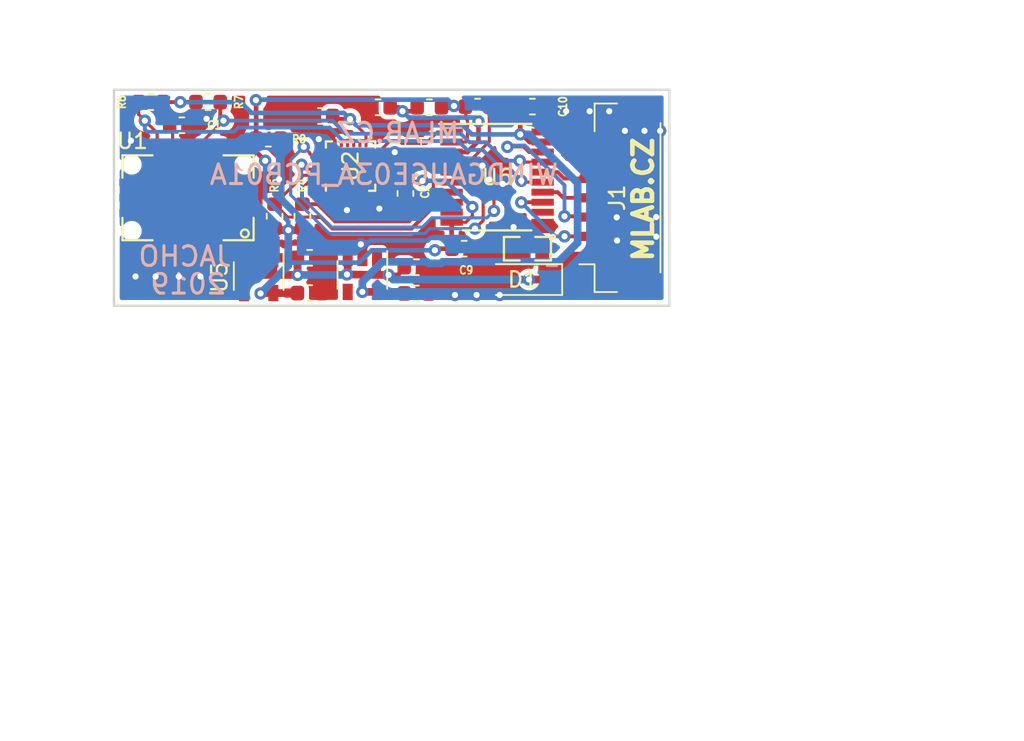
<source format=kicad_pcb>
(kicad_pcb (version 20210228) (generator pcbnew)
  (layers (0 "F.Cu" signal) (31 "B.Cu" signal) (34 "B.Paste" user) (35 "F.Paste" user) (36 "B.SilkS" user "B.Silkscreen") (37 "F.SilkS" user "F.Silkscreen") (38 "B.Mask" user) (39 "F.Mask" user) (44 "Edge.Cuts" user))
  (net 0 "")
  (net 1 "GND")
  (net 2 "+5V")
  (net 3 "+3V3")
  (net 4 "+1V8")
  (net 5 "Net-(C4-Pad1)")
  (net 6 "/SPI_EXT_SCK_3V3")
  (net 7 "/SPI_EXT_MISO_3V3")
  (net 8 "/SPI_EXT_MOSI_3V3")
  (net 9 "/!SPI_SS1_3V3")
  (net 10 "/INT1_3V3")
  (net 11 "/SPI_EXT_MISO_1V8")
  (net 12 "/SPI_EXT_MOSI_1V8")
  (net 13 "/SPI_EXT_SCK_1V8")
  (net 14 "/P_SDA_3V3")
  (net 15 "/P_SCL_3V3")
  (net 16 "/P_SDA_1V8")
  (net 17 "/P_SCL_1V8")
  (net 18 "/INT1_1V8")
  (net 19 "/!SPI_SS1_1V8")
  (footprint "Mlab_R:SMD-0603" (layer "F.Cu") (at 152.6525 99.08 90)
    (fp_text reference "R5")
    (fp_text value "10k" hide)
  )
  (footprint "Sensor_Motion:InvenSense_QFN-24_3x3mm_P0.4mm" (layer "F.Cu") (at 157.576 95.826 90)
    (fp_text reference "U2")
    (fp_text value "ICM-20948" hide)
  )
  (footprint "Mlab_R:SMD-0603" (layer "F.Cu") (at 165.804 91.97)
    (fp_text reference "R9" hide)
    (fp_text value "10k" hide)
  )
  (footprint "Diode_SMD:D_MiniMELF" (layer "F.Cu") (at 168.74 103.18 180)
    (fp_text reference "D1")
    (fp_text value "BZV55C-5,6V" hide)
  )
  (footprint "Package_SO:TSSOP-20_4.4x6.5mm_P0.65mm" (layer "F.Cu") (at 167.074 96.542)
    (fp_text reference "U6")
    (fp_text value "TXS0108EPW" hide)
  )
  (footprint "Connector_JST:JST_GH_SM07B-GHS-TB_1x07-1MP_P1.25mm_Horizontal" (layer "F.Cu") (at 175.102 97.88 90)
    (fp_text reference "J1")
    (fp_text value "SM07B-GHS-TB" hide)
  )
  (footprint "Mlab_R:SMD-0603" (layer "F.Cu") (at 162.6815 92.016 180)
    (fp_text reference "R1" hide)
    (fp_text value "-" hide)
  )
  (footprint "Package_TO_SOT_SMD:SOT-23-5" (layer "F.Cu") (at 151.62 102.956 -90)
    (fp_text reference "U5")
    (fp_text value "MIC5504-1.8YM5-TR" hide)
  )
  (footprint "Mlab_IO:SDP3x" (layer "F.Cu") (at 147.04 97.88 180)
    (fp_text reference "U1")
    (fp_text value "SDP3x" hide)
  )
  (footprint "Mlab_R:SMD-0603" (layer "F.Cu") (at 169.36 91.97)
    (fp_text reference "C10")
    (fp_text value "100nF" hide)
  )
  (footprint "Mlab_R:SMD-0805" (layer "F.Cu") (at 169.04 101.18 180)
    (fp_text reference "C11")
    (fp_text value "10uF")
  )
  (footprint "Mlab_R:SMD-0603" (layer "F.Cu") (at 161.132 97.604 -90)
    (fp_text reference "C2")
    (fp_text value "100nF" hide)
  )
  (footprint "Mlab_R:SMD-0603" (layer "F.Cu") (at 161.84 102.38)
    (fp_text reference "C5" hide)
    (fp_text value "1uF" hide)
  )
  (footprint "Mlab_R:SMD-0603" (layer "F.Cu") (at 161.64 94.302 90)
    (fp_text reference "C4" hide)
    (fp_text value "100nF" hide)
  )
  (footprint "Mlab_R:SMD-0603" (layer "F.Cu") (at 164.94 101.18 180)
    (fp_text reference "C9")
    (fp_text value "100nF" hide)
  )
  (footprint "Mlab_R:SMD-0603" (layer "F.Cu") (at 148.34 91.68)
    (fp_text reference "R7")
    (fp_text value "10k" hide)
  )
  (footprint "Mlab_R:SMD-0603" (layer "F.Cu") (at 154.922 101.77)
    (fp_text reference "C6" hide)
    (fp_text value "1uF" hide)
  )
  (footprint "Mlab_R:SMD-0603" (layer "F.Cu") (at 154.922 104.056)
    (fp_text reference "C8" hide)
    (fp_text value "1uF" hide)
  )
  (footprint "Mlab_R:SMD-0603" (layer "F.Cu") (at 161.84 104.08)
    (fp_text reference "C7" hide)
    (fp_text value "1uF" hide)
  )
  (footprint "Mlab_R:SMD-0603" (layer "F.Cu") (at 146.64 93.18)
    (fp_text reference "C1")
    (fp_text value "100nF" hide)
  )
  (footprint "Mlab_R:SMD-0603" (layer "F.Cu") (at 155.6275 92.58 180)
    (fp_text reference "C3" hide)
    (fp_text value "100nF" hide)
  )
  (footprint "Mlab_R:SMD-0603" (layer "F.Cu") (at 159.354 92.016 180)
    (fp_text reference "R2" hide)
    (fp_text value "0R" hide)
  )
  (footprint "Mlab_R:SMD-0603" (layer "F.Cu") (at 154.4525 99.08 90)
    (fp_text reference "R4")
    (fp_text value "10k" hide)
  )
  (footprint "Mlab_R:SMD-0603" (layer "F.Cu") (at 144.6275 91.68 180)
    (fp_text reference "R6")
    (fp_text value "10k" hide)
  )
  (footprint "Mlab_R:SMD-0603" (layer "F.Cu") (at 152.242 94.048)
    (fp_text reference "R8")
    (fp_text value "10k" hide)
  )
  (footprint "Package_TO_SOT_SMD:SOT-23-5" (layer "F.Cu") (at 158.34 102.88 -90)
    (fp_text reference "U4" hide)
    (fp_text value "MIC5504-3.3YM5-TR" hide)
  )
  (gr_line (start 142.24 104.88) (end 178.24 104.88) (layer "Edge.Cuts") (width 0.15))
  (gr_line (start 178.24 90.88) (end 178.24 104.88) (layer "Edge.Cuts") (width 0.15))
  (gr_line (start 142.24 90.88) (end 178.24 90.88) (layer "Edge.Cuts") (width 0.15))
  (gr_line (start 142.24 104.88) (end 142.24 90.88) (layer "Edge.Cuts") (width 0.15))
  (gr_text "MLAB.CZ" (at 160.64 93.68) (layer "B.SilkS") (effects (font (size 1.27 1.27) (thickness 0.2)) (justify mirror)))
  (gr_text "JACHO" (at 146.84 101.68) (layer "B.SilkS") (effects (font (size 1.27 1.27) (thickness 0.2)) (justify mirror)))
  (gr_text "2019" (at 147.04 103.48) (layer "B.SilkS") (effects (font (size 1.27 1.27) (thickness 0.2)) (justify mirror)))
  (gr_text "WINDGAUGE03A_PCB01A" (at 159.74 96.38) (layer "B.SilkS") (effects (font (size 1.27 1.27) (thickness 0.2)) (justify mirror)))
  (gr_text "MLAB.CZ" (at 176.54 97.98 90) (layer "F.SilkS") (effects (font (size 1.27 1.27) (thickness 0.3))))
  (segment (start 173.07 92.27) (end 174.34 92.27) (width 0.2) (layer "F.Cu") (net 1))
  (segment (start 170.122 91.97) (end 171.646 91.97) (width 0.2) (layer "F.Cu") (net 1))
  (segment (start 170.024 99.967) (end 170.024 99.542) (width 0.2) (layer "F.Cu") (net 1))
  (segment (start 147.04 95.18) (end 147.04 93.5675) (width 0.2) (layer "F.Cu") (net 1))
  (segment (start 168.0875 99.8325) (end 168.14 99.78) (width 0.3) (layer "F.Cu") (net 1))
  (segment (start 155.700999 95.226) (end 155.340009 94.86501) (width 0.2) (layer "F.Cu") (net 1))
  (segment (start 150.49 96.88) (end 152.74 96.88) (width 0.25) (layer "F.Cu") (net 1))
  (segment (start 147.04 93.5675) (end 147.4275 93.18) (width 0.2) (layer "F.Cu") (net 1))
  (segment (start 155.301612 93.041612) (end 154.84 92.58) (width 0.2) (layer "F.Cu") (net 1))
  (segment (start 160.14 95.226) (end 160.44 94.926) (width 0.2) (layer "F.Cu") (net 1))
  (segment (start 165.74 104.18) (end 167.24 104.18) (width 0.3) (layer "F.Cu") (net 1))
  (segment (start 155.340009 94.86501) (end 155.340009 93.080009) (width 0.2) (layer "F.Cu") (net 1))
  (segment (start 156.076 95.226) (end 155.700999 95.226) (width 0.2) (layer "F.Cu") (net 1))
  (segment (start 152.29199 94.73199) (end 152.29199 92.72801) (width 0.2) (layer "F.Cu") (net 1))
  (segment (start 147.889112 92.718388) (end 148.200378 92.718388) (width 0.2) (layer "F.Cu") (net 1))
  (segment (start 152.29199 92.72801) (end 152.44 92.58) (width 0.2) (layer "F.Cu") (net 1))
  (segment (start 152.44 92.58) (end 154.84 92.58) (width 0.2) (layer "F.Cu") (net 1))
  (segment (start 155.76129 94.326) (end 155.51529 94.08) (width 0.2) (layer "F.Cu") (net 1))
  (segment (start 152.94 96.68) (end 153.339999 96.280001) (width 0.2) (layer "F.Cu") (net 1))
  (segment (start 166.815001 96.98) (end 166.54 96.704999) (width 0.2) (layer "F.Cu") (net 1))
  (segment (start 147.4275 93.18) (end 147.889112 92.718388) (width 0.2) (layer "F.Cu") (net 1))
  (segment (start 156.576 94.326) (end 155.76129 94.326) (width 0.2) (layer "F.Cu") (net 1))
  (segment (start 152.74 96.88) (end 152.94 96.68) (width 0.25) (layer "F.Cu") (net 1))
  (segment (start 166.99 103.18) (end 165.34 103.18) (width 0.3) (layer "F.Cu") (net 1))
  (segment (start 153.339999 95.779999) (end 152.29199 94.73199) (width 0.2) (layer "F.Cu") (net 1))
  (segment (start 155.51529 94.08) (end 155.51529 93.25529) (width 0.2) (layer "F.Cu") (net 1))
  (segment (start 167.44 96.98) (end 166.815001 96.98) (width 0.2) (layer "F.Cu") (net 1))
  (segment (start 153.339999 96.280001) (end 153.339999 95.779999) (width 0.2) (layer "F.Cu") (net 1))
  (segment (start 148.200378 92.718388) (end 148.240225 92.758235) (width 0.2) (layer "F.Cu") (net 1))
  (segment (start 165.34 103.18) (end 164.34 104.18) (width 0.3) (layer "F.Cu") (net 1))
  (segment (start 155.340009 93.080009) (end 155.301612 93.041612) (width 0.2) (layer "F.Cu") (net 1))
  (segment (start 155.51529 93.25529) (end 154.84 92.58) (width 0.2) (layer "F.Cu") (net 1))
  (segment (start 168.0875 101.18) (end 168.0875 99.8325) (width 0.3) (layer "F.Cu") (net 1))
  (segment (start 159.076 95.226) (end 160.14 95.226) (width 0.2) (layer "F.Cu") (net 1))
  (segment (start 161.132 98.3915) (end 159.6285 98.3915) (width 0.25) (layer "F.Cu") (net 1))
  (segment (start 159.6285 98.3915) (end 159.44 98.58) (width 0.25) (layer "F.Cu") (net 1))
  (via (at 174.827958 99.148042) (size 0.8) (drill 0.4) (layers "F.Cu" "B.Cu") (net 1))
  (via (at 173.07 92.27) (size 0.8) (drill 0.4) (layers "F.Cu" "B.Cu") (net 1))
  (via (at 174.848 100.652) (size 0.8) (drill 0.4) (layers "F.Cu" "B.Cu") (net 1))
  (via (at 177.642 93.54) (size 0.8) (drill 0.4) (layers "F.Cu" "B.Cu") (net 1))
  (via (at 177.388 99.128) (size 0.8) (drill 0.4) (layers "F.Cu" "B.Cu") (net 1))
  (via (at 174.34 92.27) (size 0.8) (drill 0.4) (layers "F.Cu" "B.Cu") (net 1))
  (via (at 177.388 100.398) (size 0.8) (drill 0.4) (layers "F.Cu" "B.Cu") (net 1))
  (via (at 176.626 93.54) (size 0.8) (drill 0.4) (layers "F.Cu" "B.Cu") (net 1))
  (via (at 171.546 92.27) (size 0.8) (drill 0.4) (layers "F.Cu" "B.Cu") (net 1))
  (via (at 175.356 93.54) (size 0.8) (drill 0.4) (layers "F.Cu" "B.Cu") (net 1))
  (via (at 157.34 98.68) (size 0.8) (drill 0.4) (layers "F.Cu" "B.Cu") (net 1))
  (via (at 164.34 104.18) (size 0.8) (drill 0.4) (layers "F.Cu" "B.Cu") (net 1))
  (via (at 168.14 99.78) (size 0.8) (drill 0.4) (layers "F.Cu" "B.Cu") (net 1))
  (via (at 158.24 100.89698) (size 0.8) (drill 0.4) (layers "F.Cu" "B.Cu") (net 1))
  (via (at 144.94 102.98) (size 0.8) (drill 0.4) (layers "F.Cu" "B.Cu") (net 1))
  (via (at 167.44 96.98) (size 0.8) (drill 0.4) (layers "F.Cu" "B.Cu") (net 1))
  (via (at 165.74 104.18) (size 0.8) (drill 0.4) (layers "F.Cu" "B.Cu") (net 1))
  (via (at 160.44 94.926) (size 0.8) (drill 0.4) (layers "F.Cu" "B.Cu") (net 1))
  (via (at 166.54 96.704999) (size 0.8) (drill 0.4) (layers "F.Cu" "B.Cu") (net 1))
  (via (at 159.44 98.58) (size 0.8) (drill 0.4) (layers "F.Cu" "B.Cu") (net 1))
  (via (at 166.127348 95.792652) (size 0.8) (drill 0.4) (layers "F.Cu" "B.Cu") (net 1))
  (via (at 167.24 104.18) (size 0.8) (drill 0.4) (layers "F.Cu" "B.Cu") (net 1))
  (via (at 146.44 102.98) (size 0.8) (drill 0.4) (layers "F.Cu" "B.Cu") (net 1))
  (via (at 152.94 96.68) (size 0.8) (drill 0.4) (layers "F.Cu" "B.Cu") (net 1))
  (via (at 147.84 102.98) (size 0.8) (drill 0.4) (layers "F.Cu" "B.Cu") (net 1))
  (via (at 155.51529 94.08) (size 0.8) (drill 0.4) (layers "F.Cu" "B.Cu") (net 1))
  (via (at 143.64 102.98) (size 0.8) (drill 0.4) (layers "F.Cu" "B.Cu") (net 1))
  (via (at 143.34 94.18) (size 0.8) (drill 0.4) (layers "F.Cu" "B.Cu") (net 1))
  (via (at 148.240225 92.758235) (size 0.8) (drill 0.4) (layers "F.Cu" "B.Cu") (net 1))
  (segment (start 174.848 99.168084) (end 174.827958 99.148042) (width 0.2) (layer "B.Cu") (net 1))
  (segment (start 171.546 92.27) (end 173.07 92.27) (width 0.2) (layer "B.Cu") (net 1))
  (segment (start 165.129998 100.48) (end 165.529998 100.88) (width 0.3) (layer "B.Cu") (net 1))
  (segment (start 162.742108 100.48) (end 165.129998 100.48) (width 0.3) (layer "B.Cu") (net 1))
  (segment (start 167.64 99.28) (end 167.64 97.18) (width 0.2) (layer "B.Cu") (net 1))
  (segment (start 150.44 94.38) (end 149.94 94.88) (width 0.3) (layer "B.Cu") (net 1))
  (segment (start 158.6159 100.89698) (end 158.86589 100.64699) (width 0.3) (layer "B.Cu") (net 1))
  (segment (start 166.54 96.704999) (end 166.54 96.205304) (width 0.25) (layer "B.Cu") (net 1))
  (segment (start 162.575118 100.64699) (end 162.742108 100.48) (width 0.3) (layer "B.Cu") (net 1))
  (segment (start 158.24 100.89698) (end 158.6159 100.89698) (width 0.3) (layer "B.Cu") (net 1))
  (segment (start 168.14 99.78) (end 167.740001 100.179999) (width 0.3) (layer "B.Cu") (net 1))
  (segment (start 165.529998 100.88) (end 167.04 100.88) (width 0.3) (layer "B.Cu") (net 1))
  (segment (start 168.14 99.78) (end 167.64 99.28) (width 0.2) (layer "B.Cu") (net 1))
  (segment (start 167.04 100.88) (end 168.14 99.78) (width 0.3) (layer "B.Cu") (net 1))
  (segment (start 155.240311 93.805021) (end 150.814979 93.805021) (width 0.3) (layer "B.Cu") (net 1))
  (segment (start 144.04 94.88) (end 143.34 94.18) (width 0.3) (layer "B.Cu") (net 1))
  (segment (start 152.94 96.68) (end 152.94 97.78) (width 0.3) (layer "B.Cu") (net 1))
  (segment (start 149.94 94.88) (end 144.04 94.88) (width 0.3) (layer "B.Cu") (net 1))
  (segment (start 155.94 100.78) (end 158.24 100.78) (width 0.3) (layer "B.Cu") (net 1))
  (segment (start 167.64 97.18) (end 167.44 96.98) (width 0.2) (layer "B.Cu") (net 1))
  (segment (start 158.24 100.78) (end 158.34 100.68) (width 0.3) (layer "B.Cu") (net 1))
  (segment (start 150.814979 93.805021) (end 150.44 94.18) (width 0.3) (layer "B.Cu") (net 1))
  (segment (start 152.94 97.78) (end 155.94 100.78) (width 0.3) (layer "B.Cu") (net 1))
  (segment (start 166.54 96.205304) (end 166.127348 95.792652) (width 0.25) (layer "B.Cu") (net 1))
  (segment (start 158.86589 100.64699) (end 162.575118 100.64699) (width 0.3) (layer "B.Cu") (net 1))
  (segment (start 150.44 94.18) (end 150.44 94.38) (width 0.3) (layer "B.Cu") (net 1))
  (segment (start 157.44 98.58) (end 157.34 98.68) (width 0.25) (layer "B.Cu") (net 1))
  (segment (start 159.44 98.58) (end 157.44 98.58) (width 0.25) (layer "B.Cu") (net 1))
  (segment (start 155.51529 94.08) (end 155.240311 93.805021) (width 0.3) (layer "B.Cu") (net 1))
  (segment (start 167.740001 100.179999) (end 167.540001 100.179999) (width 0.3) (layer "B.Cu") (net 1))
  (segment (start 164.34 104.18) (end 165.74 104.18) (width 0.3) (layer "B.Cu") (net 1))
  (segment (start 152.656 101.77) (end 152.57 101.856) (width 0.6) (layer "F.Cu") (net 2))
  (segment (start 154.16 101.77) (end 152.656 101.77) (width 0.6) (layer "F.Cu") (net 2))
  (segment (start 152.57 101.856) (end 152.57 102.81) (width 0.5) (layer "F.Cu") (net 2))
  (segment (start 150.67 101.856) (end 150.67 102.41) (width 0.5) (layer "F.Cu") (net 2))
  (segment (start 159.29 101.78) (end 159.29 102.81) (width 0.5) (layer "F.Cu") (net 2))
  (segment (start 157.34 102.88) (end 157.34 102.849998) (width 0.5) (layer "F.Cu") (net 2))
  (segment (start 154.14 102.88) (end 154.141041 102.881041) (width 0.5) (layer "F.Cu") (net 2))
  (segment (start 169.9925 102.6825) (end 170.49 103.18) (width 0.5) (layer "F.Cu") (net 2))
  (segment (start 154.1345 102.345) (end 154.14 102.3505) (width 0.5) (layer "F.Cu") (net 2))
  (segment (start 160.64 102.88) (end 160.04 102.88) (width 0.3) (layer "F.Cu") (net 2))
  (segment (start 151.14 102.88) (end 152.64 102.88) (width 0.5) (layer "F.Cu") (net 2))
  (segment (start 172.04 101.63) (end 170.49 103.18) (width 0.5) (layer "F.Cu") (net 2))
  (segment (start 154.1345 101.77) (end 154.1345 102.345) (width 0.5) (layer "F.Cu") (net 2))
  (segment (start 157.34 102.849998) (end 159.34 102.88) (width 0.5) (layer "F.Cu") (net 2))
  (segment (start 152.57 102.81) (end 152.64 102.88) (width 0.5) (layer "F.Cu") (net 2))
  (segment (start 159.29 102.81) (end 159.34 102.86) (width 0.5) (layer "F.Cu") (net 2))
  (segment (start 169.9925 101.18) (end 169.9925 102.6825) (width 0.5) (layer "F.Cu") (net 2))
  (segment (start 154.14 102.3505) (end 154.14 102.88) (width 0.5) (layer "F.Cu") (net 2))
  (segment (start 157.39 101.78) (end 157.39 102.83) (width 0.5) (layer "F.Cu") (net 2))
  (segment (start 157.39 102.83) (end 157.34 102.88) (width 0.5) (layer "F.Cu") (net 2))
  (segment (start 159.34 102.86) (end 159.34 102.88) (width 0.5) (layer "F.Cu") (net 2))
  (segment (start 161.0525 102.4675) (end 160.64 102.88) (width 0.3) (layer "F.Cu") (net 2))
  (segment (start 173.252 101.63) (end 172.04 101.63) (width 0.5) (layer "F.Cu") (net 2))
  (segment (start 161.0525 102.38) (end 161.0525 102.4675) (width 0.3) (layer "F.Cu") (net 2))
  (segment (start 170.49 103.18) (end 169.14 103.18) (width 0.5) (layer "F.Cu") (net 2))
  (segment (start 150.67 102.41) (end 151.14 102.88) (width 0.5) (layer "F.Cu") (net 2))
  (segment (start 159.34 102.88) (end 160.04 102.88) (width 0.5) (layer "F.Cu") (net 2))
  (segment (start 152.64 102.88) (end 154.14 102.88) (width 0.5) (layer "F.Cu") (net 2))
  (via (at 154.141041 102.881041) (size 0.8) (drill 0.4) (layers "F.Cu" "B.Cu") (net 2))
  (via (at 169.14 103.18) (size 0.8) (drill 0.4) (layers "F.Cu" "B.Cu") (net 2))
  (via (at 160.04 102.88) (size 0.8) (drill 0.4) (layers "F.Cu" "B.Cu") (net 2))
  (via (at 157.34 102.849998) (size 0.8) (drill 0.4) (layers "F.Cu" "B.Cu") (net 2))
  (segment (start 160.34 103.18) (end 160.04 102.88) (width 0.5) (layer "B.Cu") (net 2))
  (segment (start 154.141041 102.881041) (end 157.308957 102.881041) (width 0.5) (layer "B.Cu") (net 2))
  (segment (start 169.14 103.18) (end 160.34 103.18) (width 0.5) (layer "B.Cu") (net 2))
  (segment (start 157.308957 102.881041) (end 157.34 102.849998) (width 0.5) (layer "B.Cu") (net 2))
  (segment (start 147.5525 91.68) (end 146.54 91.68) (width 0.25) (layer "F.Cu") (net 3))
  (segment (start 158.576 93.816) (end 157.54 92.78) (width 0.2) (layer "F.Cu") (net 3))
  (segment (start 157.54 92.78) (end 156.615 92.78) (width 0.3) (layer "F.Cu") (net 3))
  (segment (start 159.29 103.98) (end 158.34 103.98) (width 0.5) (layer "F.Cu") (net 3))
  (segment (start 170.024 94.267) (end 169.17962 94.267) (width 0.3) (layer "F.Cu") (net 3))
  (segment (start 145.415 92.7425) (end 145.8525 93.18) (width 0.2) (layer "F.Cu") (net 3))
  (segment (start 168.684488 93.771868) (end 168.5725 93.771868) (width 0.3) (layer "F.Cu") (net 3))
  (segment (start 168.5725 91.97) (end 168.5725 93.771868) (width 0.3) (layer "F.Cu") (net 3))
  (segment (start 159.29 103.98) (end 160.9525 103.98) (width 0.5) (layer "F.Cu") (net 3))
  (segment (start 169.17962 94.267) (end 168.684488 93.771868) (width 0.3) (layer "F.Cu") (net 3))
  (segment (start 156.615 92.78) (end 156.415 92.58) (width 0.3) (layer "F.Cu") (net 3))
  (segment (start 146.04 95.18) (end 146.04 93.2675) (width 0.2) (layer "F.Cu") (net 3))
  (segment (start 146.04 93.2675) (end 145.9525 93.18) (width 0.2) (layer "F.Cu") (net 3))
  (segment (start 158.576 94.326) (end 158.576 93.816) (width 0.2) (layer "F.Cu") (net 3))
  (segment (start 160.9525 103.98) (end 161.0525 104.08) (width 0.5) (layer "F.Cu") (net 3))
  (segment (start 145.415 91.68) (end 146.54 91.68) (width 0.25) (layer "F.Cu") (net 3))
  (segment (start 145.415 91.68) (end 145.415 92.7425) (width 0.2) (layer "F.Cu") (net 3))
  (via (at 158.34 103.98) (size 0.8) (drill 0.4) (layers "F.Cu" "B.Cu") (net 3))
  (via (at 157.54 92.78) (size 0.8) (drill 0.4) (layers "F.Cu" "B.Cu") (net 3))
  (via (at 146.54 91.68) (size 0.8) (drill 0.4) (layers "F.Cu" "B.Cu") (net 3))
  (via (at 168.5725 93.771868) (size 0.8) (drill 0.4) (layers "F.Cu" "B.Cu") (net 3))
  (segment (start 150.454997 91.68) (end 151.154998 92.380001) (width 0.3) (layer "B.Cu") (net 3))
  (segment (start 146.54 91.68) (end 150.454997 91.68) (width 0.3) (layer "B.Cu") (net 3))
  (segment (start 157.939999 93.179999) (end 164.848174 93.18) (width 0.3) (layer "B.Cu") (net 3))
  (segment (start 151.154998 92.380001) (end 157.140001 92.380001) (width 0.3) (layer "B.Cu") (net 3))
  (segment (start 163.548003 102.029999) (end 163.448001 102.130001) (width 0.5) (layer "B.Cu") (net 3))
  (segment (start 172.290001 100.788001) (end 171.048003 102.029999) (width 0.5) (layer "B.Cu") (net 3))
  (segment (start 163.448001 102.130001) (end 162.631999 102.130001) (width 0.5) (layer "B.Cu") (net 3))
  (segment (start 164.848174 93.18) (end 165.440042 93.771868) (width 0.3) (layer "B.Cu") (net 3))
  (segment (start 158.34 103.321998) (end 158.34 103.414315) (width 0.5) (layer "B.Cu") (net 3))
  (segment (start 165.440042 93.771868) (end 168.006815 93.771868) (width 0.3) (layer "B.Cu") (net 3))
  (segment (start 157.140001 92.380001) (end 157.54 92.78) (width 0.3) (layer "B.Cu") (net 3))
  (segment (start 169.138185 93.771868) (end 172.290001 96.923684) (width 0.5) (layer "B.Cu") (net 3))
  (segment (start 172.290001 96.923684) (end 172.290001 100.788001) (width 0.5) (layer "B.Cu") (net 3))
  (segment (start 159.631999 102.029999) (end 158.34 103.321998) (width 0.5) (layer "B.Cu") (net 3))
  (segment (start 168.006815 93.771868) (end 168.5725 93.771868) (width 0.3) (layer "B.Cu") (net 3))
  (segment (start 162.631999 102.130001) (end 162.531997 102.029999) (width 0.5) (layer "B.Cu") (net 3))
  (segment (start 168.5725 93.771868) (end 169.138185 93.771868) (width 0.5) (layer "B.Cu") (net 3))
  (segment (start 158.34 103.414315) (end 158.34 103.98) (width 0.5) (layer "B.Cu") (net 3))
  (segment (start 171.048003 102.029999) (end 163.548003 102.029999) (width 0.5) (layer "B.Cu") (net 3))
  (segment (start 157.54 92.78) (end 157.939999 93.179999) (width 0.3) (layer "B.Cu") (net 3))
  (segment (start 162.531997 102.029999) (end 159.631999 102.029999) (width 0.5) (layer "B.Cu") (net 3))
  (segment (start 160.37 96.759501) (end 161.049501 96.759501) (width 0.2) (layer "F.Cu") (net 4))
  (segment (start 164.28 91.97) (end 165.042 91.97) (width 0.5) (layer "F.Cu") (net 4))
  (segment (start 161.049501 96.759501) (end 161.132 96.842) (width 0.2) (layer "F.Cu") (net 4))
  (segment (start 154.16 104.056) (end 153.398 104.056) (width 0.6) (layer "F.Cu") (net 4))
  (segment (start 152.57 104.056) (end 153.398 104.056) (width 0.5) (layer "F.Cu") (net 4))
  (segment (start 160.036499 96.426) (end 160.37 96.759501) (width 0.2) (layer "F.Cu") (net 4))
  (segment (start 159.076 96.426) (end 160.036499 96.426) (width 0.2) (layer "F.Cu") (net 4))
  (segment (start 164.124 94.267) (end 165.049 94.267) (width 0.2) (layer "F.Cu") (net 4))
  (segment (start 165.049 94.267) (end 165.149001 94.166999) (width 0.2) (layer "F.Cu") (net 4))
  (segment (start 165.149001 94.166999) (end 165.149001 92.848501) (width 0.2) (layer "F.Cu") (net 4))
  (segment (start 165.149001 92.848501) (end 165.042 92.7415) (width 0.2) (layer "F.Cu") (net 4))
  (segment (start 165.042 92.7415) (end 165.042 91.97) (width 0.2) (layer "F.Cu") (net 4))
  (segment (start 161.132 96.8165) (end 162.2035 96.8165) (width 0.2) (layer "F.Cu") (net 4))
  (segment (start 154.34 99.98) (end 154.4525 99.8675) (width 0.5) (layer "F.Cu") (net 4))
  (segment (start 164.124 99.467) (end 164.124 101.1515) (width 0.3) (layer "F.Cu") (net 4))
  (segment (start 163.518 91.97) (end 164.28 91.92999) (width 0.5) (layer "F.Cu") (net 4))
  (segment (start 151.4545 91.569501) (end 151.44 91.555001) (width 0.3) (layer "F.Cu") (net 4))
  (segment (start 152.765 99.98) (end 152.6525 99.8675) (width 0.5) (layer "F.Cu") (net 4))
  (segment (start 164.124 99.467) (end 165.049 99.467) (width 0.2) (layer "F.Cu") (net 4))
  (segment (start 153.54 99.98) (end 154.34 99.98) (width 0.5) (layer "F.Cu") (net 4))
  (segment (start 165.049 99.467) (end 165.469554 99.046446) (width 0.2) (layer "F.Cu") (net 4))
  (segment (start 151.4545 94.8945) (end 152.04 95.48) (width 0.3) (layer "F.Cu") (net 4))
  (segment (start 162.2035 96.8165) (end 162.24 96.78) (width 0.2) (layer "F.Cu") (net 4))
  (segment (start 152.57 104.056) (end 151.764 104.056) (width 0.5) (layer "F.Cu") (net 4))
  (segment (start 151.764 104.056) (end 151.74 104.08) (width 0.5) (layer "F.Cu") (net 4))
  (segment (start 151.4545 94.048) (end 151.4545 94.8945) (width 0.3) (layer "F.Cu") (net 4))
  (segment (start 165.469554 99.045673) (end 165.469554 98.479988) (width 0.2) (layer "F.Cu") (net 4))
  (segment (start 151.4545 94.048) (end 151.4545 91.569501) (width 0.3) (layer "F.Cu") (net 4))
  (segment (start 153.54 99.98) (end 152.765 99.98) (width 0.5) (layer "F.Cu") (net 4))
  (segment (start 165.469554 99.046446) (end 165.469554 99.045673) (width 0.2) (layer "F.Cu") (net 4))
  (segment (start 164.28 91.97) (end 164.28 91.92999) (width 0.3) (layer "F.Cu") (net 4))
  (segment (start 163.14 101.18) (end 163.04 101.28) (width 0.3) (layer "F.Cu") (net 4))
  (segment (start 164.1525 101.18) (end 163.14 101.18) (width 0.3) (layer "F.Cu") (net 4))
  (segment (start 164.124 101.1515) (end 164.1525 101.18) (width 0.3) (layer "F.Cu") (net 4))
  (via (at 151.74 104.08) (size 0.8) (drill 0.4) (layers "F.Cu" "B.Cu") (net 4))
  (via (at 165.469554 98.479988) (size 0.8) (drill 0.4) (layers "F.Cu" "B.Cu") (net 4))
  (via (at 152.04 95.48) (size 0.8) (drill 0.4) (layers "F.Cu" "B.Cu") (net 4))
  (via (at 162.24 96.78) (size 0.8) (drill 0.4) (layers "F.Cu" "B.Cu") (net 4))
  (via (at 164.28 91.92999) (size 0.8) (drill 0.4) (layers "F.Cu" "B.Cu") (net 4))
  (via (at 163.04 101.28) (size 0.8) (drill 0.4) (layers "F.Cu" "B.Cu") (net 4))
  (via (at 153.54 99.98) (size 0.8) (drill 0.4) (layers "F.Cu" "B.Cu") (net 4))
  (via (at 151.44 91.555001) (size 0.8) (drill 0.4) (layers "F.Cu" "B.Cu") (net 4))
  (segment (start 162.24 96.78) (end 163.769566 96.78) (width 0.3) (layer "B.Cu") (net 4))
  (segment (start 163.870009 91.519999) (end 151.475002 91.519999) (width 0.3) (layer "B.Cu") (net 4))
  (segment (start 152.04 96.045685) (end 152.04 95.48) (width 0.3) (layer "B.Cu") (net 4))
  (segment (start 153.54 102.28) (end 153.74 102.08) (width 0.3) (layer "B.Cu") (net 4))
  (segment (start 152.04 97.914315) (end 152.04 96.045685) (width 0.3) (layer "B.Cu") (net 4))
  (segment (start 158.14 102.08) (end 158.94 101.28) (width 0.3) (layer "B.Cu") (net 4))
  (segment (start 151.74 104.08) (end 153.54 102.28) (width 0.5) (layer "B.Cu") (net 4))
  (segment (start 151.475002 91.519999) (end 151.44 91.555001) (width 0.3) (layer "B.Cu") (net 4))
  (segment (start 162.474315 101.28) (end 163.04 101.28) (width 0.3) (layer "B.Cu") (net 4))
  (segment (start 153.54 102.28) (end 153.54 99.98) (width 0.5) (layer "B.Cu") (net 4))
  (segment (start 164.28 91.92999) (end 163.870009 91.519999) (width 0.3) (layer "B.Cu") (net 4))
  (segment (start 153.54 99.414315) (end 152.04 97.914315) (width 0.3) (layer "B.Cu") (net 4))
  (segment (start 153.54 99.98) (end 153.54 99.414315) (width 0.3) (layer "B.Cu") (net 4))
  (segment (start 165.069555 98.079989) (end 165.469554 98.479988) (width 0.3) (layer "B.Cu") (net 4))
  (segment (start 158.94 101.28) (end 162.474315 101.28) (width 0.3) (layer "B.Cu") (net 4))
  (segment (start 163.769566 96.78) (end 165.069555 98.079989) (width 0.3) (layer "B.Cu") (net 4))
  (segment (start 153.74 102.08) (end 158.14 102.08) (width 0.3) (layer "B.Cu") (net 4))
  (segment (start 159.451 95.626) (end 159.076 95.626) (width 0.2) (layer "F.Cu") (net 5))
  (segment (start 161.64 95.064) (end 161.386 95.064) (width 0.2) (layer "F.Cu") (net 5))
  (segment (start 161.386 95.064) (end 160.824 95.626) (width 0.2) (layer "F.Cu") (net 5))
  (segment (start 160.824 95.626) (end 159.451 95.626) (width 0.2) (layer "F.Cu") (net 5))
  (segment (start 170.024 98.167) (end 168.653 98.167) (width 0.25) (layer "F.Cu") (net 6))
  (segment (start 171.44 100.38) (end 173.252 100.38) (width 0.25) (layer "F.Cu") (net 6))
  (segment (start 168.653 98.167) (end 168.64 98.18) (width 0.25) (layer "F.Cu") (net 6))
  (via (at 171.44 100.38) (size 0.8) (drill 0.4) (layers "F.Cu" "B.Cu") (net 6))
  (via (at 168.64 98.18) (size 0.8) (drill 0.4) (layers "F.Cu" "B.Cu") (net 6))
  (segment (start 170.84 100.38) (end 169.039999 98.579999) (width 0.25) (layer "B.Cu") (net 6))
  (segment (start 171.44 100.38) (end 170.84 100.38) (width 0.25) (layer "B.Cu") (net 6))
  (segment (start 169.039999 98.579999) (end 168.64 98.18) (width 0.25) (layer "B.Cu") (net 6))
  (segment (start 167.767925 94.552539) (end 167.738926 94.581538) (width 0.25) (layer "F.Cu") (net 7))
  (segment (start 170.024 94.917) (end 169.157854 94.917) (width 0.25) (layer "F.Cu") (net 7))
  (segment (start 173.202 99.08) (end 173.252 99.13) (width 0.25) (layer "F.Cu") (net 7))
  (segment (start 168.793393 94.552539) (end 167.767925 94.552539) (width 0.25) (layer "F.Cu") (net 7))
  (segment (start 169.157854 94.917) (end 168.793393 94.552539) (width 0.25) (layer "F.Cu") (net 7))
  (segment (start 171.44 99.08) (end 173.202 99.08) (width 0.25) (layer "F.Cu") (net 7))
  (via (at 167.738926 94.581538) (size 0.8) (drill 0.4) (layers "F.Cu" "B.Cu") (net 7))
  (via (at 171.44 99.08) (size 0.8) (drill 0.4) (layers "F.Cu" "B.Cu") (net 7))
  (segment (start 167.823586 94.496878) (end 167.738926 94.581538) (width 0.25) (layer "B.Cu") (net 7))
  (segment (start 168.874412 94.496878) (end 167.823586 94.496878) (width 0.25) (layer "B.Cu") (net 7))
  (segment (start 171.44 99.08) (end 171.44 97.062466) (width 0.25) (layer "B.Cu") (net 7))
  (segment (start 171.44 97.062466) (end 168.874412 94.496878) (width 0.25) (layer "B.Cu") (net 7))
  (segment (start 170.999 97.517) (end 171.362 97.88) (width 0.25) (layer "F.Cu") (net 8))
  (segment (start 171.362 97.88) (end 173.252 97.88) (width 0.25) (layer "F.Cu") (net 8))
  (segment (start 170.024 97.517) (end 170.999 97.517) (width 0.25) (layer "F.Cu") (net 8))
  (segment (start 170.999 96.217) (end 170.024 96.217) (width 0.25) (layer "F.Cu") (net 9))
  (segment (start 173.252 96.63) (end 171.412 96.63) (width 0.25) (layer "F.Cu") (net 9))
  (segment (start 171.412 96.63) (end 170.999 96.217) (width 0.25) (layer "F.Cu") (net 9))
  (segment (start 171.34 95.08) (end 171.64 95.38) (width 0.25) (layer "F.Cu") (net 10))
  (segment (start 171.64 95.38) (end 173.252 95.38) (width 0.25) (layer "F.Cu") (net 10))
  (segment (start 170.999 93.617) (end 171.34 93.958) (width 0.25) (layer "F.Cu") (net 10))
  (segment (start 170.024 93.617) (end 170.999 93.617) (width 0.25) (layer "F.Cu") (net 10))
  (segment (start 171.34 93.958) (end 171.34 95.08) (width 0.25) (layer "F.Cu") (net 10))
  (segment (start 159.451 96.026) (end 159.076 96.026) (width 0.2) (layer "F.Cu") (net 11))
  (segment (start 165.866 94.2) (end 165.149 94.917) (width 0.3) (layer "F.Cu") (net 11))
  (segment (start 161.894 92.27) (end 160.94 92.27) (width 0.3) (layer "F.Cu") (net 11))
  (segment (start 165.149 94.917) (end 164.124 94.917) (width 0.3) (layer "F.Cu") (net 11))
  (segment (start 165.866 92.93) (end 165.866 94.2) (width 0.3) (layer "F.Cu") (net 11))
  (segment (start 163.199 94.917) (end 162.09 96.026) (width 0.2) (layer "F.Cu") (net 11))
  (segment (start 160.1415 92.016) (end 160.686 92.016) (width 0.3) (layer "F.Cu") (net 11))
  (segment (start 160.94 92.27) (end 160.116 92.27) (width 0.3) (layer "F.Cu") (net 11))
  (segment (start 160.686 92.016) (end 160.94 92.27) (width 0.3) (layer "F.Cu") (net 11))
  (segment (start 162.09 96.026) (end 159.451 96.026) (width 0.2) (layer "F.Cu") (net 11))
  (segment (start 164.124 94.917) (end 163.199 94.917) (width 0.2) (layer "F.Cu") (net 11))
  (via (at 165.866 92.93) (size 0.8) (drill 0.4) (layers "F.Cu" "B.Cu") (net 11))
  (via (at 160.94 92.27) (size 0.8) (drill 0.4) (layers "F.Cu" "B.Cu") (net 11))
  (segment (start 160.94 92.27) (end 161.34999 92.67999) (width 0.3) (layer "B.Cu") (net 11))
  (segment (start 161.34999 92.67999) (end 164.63999 92.67999) (width 0.3) (layer "B.Cu") (net 11))
  (segment (start 164.63999 92.67999) (end 165.61599 92.67999) (width 0.3) (layer "B.Cu") (net 11))
  (segment (start 165.61599 92.67999) (end 165.866 92.93) (width 0.3) (layer "B.Cu") (net 11))
  (segment (start 163.234355 97.517) (end 164.124 97.517) (width 0.25) (layer "F.Cu") (net 12))
  (segment (start 161.362493 99.405001) (end 162.51499 98.252504) (width 0.25) (layer "F.Cu") (net 12))
  (segment (start 162.51499 98.236365) (end 163.234355 97.517) (width 0.25) (layer "F.Cu") (net 12))
  (segment (start 156.076 96.826) (end 154.886 96.826) (width 0.2) (layer "F.Cu") (net 12))
  (segment (start 154.4525 98.2925) (end 155.453554 98.2925) (width 0.25) (layer "F.Cu") (net 12))
  (segment (start 155.453554 98.2925) (end 156.566055 99.405001) (width 0.25) (layer "F.Cu") (net 12))
  (segment (start 156.566055 99.405001) (end 161.362493 99.405001) (width 0.25) (layer "F.Cu") (net 12))
  (segment (start 154.886 96.826) (end 154.4525 97.2595) (width 0.2) (layer "F.Cu") (net 12))
  (segment (start 154.4525 97.2595) (end 154.4525 98.2925) (width 0.2) (layer "F.Cu") (net 12))
  (segment (start 162.51499 98.252504) (end 162.51499 98.236365) (width 0.25) (layer "F.Cu") (net 12))
  (segment (start 153.114112 98.754112) (end 152.6525 98.2925) (width 0.2) (layer "F.Cu") (net 13))
  (segment (start 153.48999 99.12999) (end 153.114112 98.754112) (width 0.2) (layer "F.Cu") (net 13))
  (segment (start 156.076 96.426) (end 154.519 96.426) (width 0.2) (layer "F.Cu") (net 13))
  (segment (start 155.14 99.12999) (end 153.48999 99.12999) (width 0.2) (layer "F.Cu") (net 13))
  (segment (start 156.404644 99.88) (end 161.525998 99.88) (width 0.25) (layer "F.Cu") (net 13))
  (segment (start 161.525998 99.88) (end 163.238998 98.167) (width 0.25) (layer "F.Cu") (net 13))
  (segment (start 155.654634 99.12999) (end 156.404644 99.88) (width 0.25) (layer "F.Cu") (net 13))
  (segment (start 155.14 99.12999) (end 155.654634 99.12999) (width 0.25) (layer "F.Cu") (net 13))
  (segment (start 154.519 96.426) (end 152.6525 98.2925) (width 0.2) (layer "F.Cu") (net 13))
  (segment (start 163.238998 98.167) (end 164.124 98.167) (width 0.25) (layer "F.Cu") (net 13))
  (segment (start 145.04 95.18) (end 145.04 93.78) (width 0.2) (layer "F.Cu") (net 14))
  (segment (start 144.24 92.88) (end 145.04 93.68) (width 0.2) (layer "F.Cu") (net 14))
  (segment (start 170.024 96.867) (end 168.727 96.867) (width 0.2) (layer "F.Cu") (net 14))
  (segment (start 143.84 91.68) (end 143.84 92.48) (width 0.2) (layer "F.Cu") (net 14))
  (segment (start 145.04 93.68) (end 145.04 93.78) (width 0.2) (layer "F.Cu") (net 14))
  (segment (start 143.84 92.48) (end 144.24 92.88) (width 0.2) (layer "F.Cu") (net 14))
  (segment (start 168.727 96.867) (end 168.639997 96.779997) (width 0.2) (layer "F.Cu") (net 14))
  (via (at 168.639997 96.779997) (size 0.8) (drill 0.4) (layers "F.Cu" "B.Cu") (net 14))
  (via (at 144.24 92.88) (size 0.8) (drill 0.4) (layers "F.Cu" "B.Cu") (net 14))
  (segment (start 165.14 94.78) (end 166.140001 94.78) (width 0.25) (layer "B.Cu") (net 14))
  (segment (start 164.560999 94.200999) (end 165.14 94.78) (width 0.25) (layer "B.Cu") (net 14))
  (segment (start 144.24 93.445685) (end 144.399317 93.605002) (width 0.25) (layer "B.Cu") (net 14))
  (segment (start 167.34 95.979999) (end 167.839999 95.979999) (width 0.25) (layer "B.Cu") (net 14))
  (segment (start 144.24 92.88) (end 144.24 93.445685) (width 0.25) (layer "B.Cu") (net 14))
  (segment (start 166.140001 94.78) (end 167.34 95.979999) (width 0.25) (layer "B.Cu") (net 14))
  (segment (start 157.087139 94.200999) (end 164.560999 94.200999) (width 0.25) (layer "B.Cu") (net 14))
  (segment (start 167.839999 95.979999) (end 168.239998 96.379998) (width 0.25) (layer "B.Cu") (net 14))
  (segment (start 168.239998 96.379998) (end 168.639997 96.779997) (width 0.25) (layer "B.Cu") (net 14))
  (segment (start 150.014998 93.605002) (end 150.289989 93.330011) (width 0.25) (layer "B.Cu") (net 14))
  (segment (start 150.289989 93.330011) (end 156.216151 93.330011) (width 0.25) (layer "B.Cu") (net 14))
  (segment (start 156.216151 93.330011) (end 157.087139 94.200999) (width 0.25) (layer "B.Cu") (net 14))
  (segment (start 144.399317 93.605002) (end 150.014998 93.605002) (width 0.25) (layer "B.Cu") (net 14))
  (segment (start 148.04 94.38) (end 148.24 94.18) (width 0.2) (layer "F.Cu") (net 15))
  (segment (start 148.24 94.18) (end 148.04 95.18) (width 0.2) (layer "F.Cu") (net 15))
  (segment (start 148.04 94.38) (end 148.04 95.18) (width 0.2) (layer "F.Cu") (net 15))
  (segment (start 148.940001 93.28) (end 149.34 92.880001) (width 0.2) (layer "F.Cu") (net 15))
  (segment (start 148.04 95.18) (end 148.04 94.38) (width 0.2) (layer "F.Cu") (net 15))
  (segment (start 170.024 95.567) (end 168.627 95.567) (width 0.2) (layer "F.Cu") (net 15))
  (segment (start 148.04 94.180001) (end 148.940001 93.28) (width 0.2) (layer "F.Cu") (net 15))
  (segment (start 149.1275 91.68) (end 149.1275 92.667501) (width 0.25) (layer "F.Cu") (net 15))
  (segment (start 168.627 95.567) (end 168.54 95.48) (width 0.2) (layer "F.Cu") (net 15))
  (segment (start 149.1275 92.667501) (end 149.34 92.880001) (width 0.25) (layer "F.Cu") (net 15))
  (segment (start 148.04 94.38) (end 148.04 94.180001) (width 0.2) (layer "F.Cu") (net 15))
  (via (at 149.34 92.880001) (size 0.8) (drill 0.4) (layers "F.Cu" "B.Cu") (net 15))
  (via (at 168.54 95.48) (size 0.8) (drill 0.4) (layers "F.Cu" "B.Cu") (net 15))
  (segment (start 157.252539 93.729989) (end 156.402551 92.880001) (width 0.25) (layer "B.Cu") (net 15))
  (segment (start 167.564386 95.48) (end 166.364386 94.28) (width 0.25) (layer "B.Cu") (net 15))
  (segment (start 168.54 95.48) (end 167.564386 95.48) (width 0.25) (layer "B.Cu") (net 15))
  (segment (start 156.402551 92.880001) (end 149.905685 92.880001) (width 0.25) (layer "B.Cu") (net 15))
  (segment (start 164.726399 93.729989) (end 157.252539 93.729989) (width 0.25) (layer "B.Cu") (net 15))
  (segment (start 149.905685 92.880001) (end 149.34 92.880001) (width 0.25) (layer "B.Cu") (net 15))
  (segment (start 166.364386 94.28) (end 165.27641 94.28) (width 0.25) (layer "B.Cu") (net 15))
  (segment (start 165.27641 94.28) (end 164.726399 93.729989) (width 0.25) (layer "B.Cu") (net 15))
  (segment (start 166.169555 99.350445) (end 166.039999 99.480001) (width 0.2) (layer "F.Cu") (net 16))
  (segment (start 154.54 94.58) (end 154.939999 94.979999) (width 0.2) (layer "F.Cu") (net 16))
  (segment (start 164.124 96.867) (end 165.049 96.867) (width 0.2) (layer "F.Cu") (net 16))
  (segment (start 166.169555 97.987555) (end 166.169555 99.350445) (width 0.2) (layer "F.Cu") (net 16))
  (segment (start 165.049 96.867) (end 166.169555 97.987555) (width 0.2) (layer "F.Cu") (net 16))
  (segment (start 154.008 94.048) (end 154.54 94.58) (width 0.2) (layer "F.Cu") (net 16))
  (segment (start 155.701 95.626) (end 156.076 95.626) (width 0.2) (layer "F.Cu") (net 16))
  (segment (start 154.939999 95.030698) (end 155.535301 95.626) (width 0.2) (layer "F.Cu") (net 16))
  (segment (start 155.535301 95.626) (end 155.701 95.626) (width 0.2) (layer "F.Cu") (net 16))
  (segment (start 153.0295 94.048) (end 154.008 94.048) (width 0.2) (layer "F.Cu") (net 16))
  (segment (start 166.039999 99.480001) (end 165.64 99.88) (width 0.2) (layer "F.Cu") (net 16))
  (segment (start 154.939999 94.979999) (end 154.939999 95.030698) (width 0.2) (layer "F.Cu") (net 16))
  (via (at 165.64 99.88) (size 0.8) (drill 0.4) (layers "F.Cu" "B.Cu") (net 16))
  (via (at 154.54 94.58) (size 0.8) (drill 0.4) (layers "F.Cu" "B.Cu") (net 16))
  (segment (start 153.696909 97.702608) (end 156.191281 100.19698) (width 0.2) (layer "B.Cu") (net 16))
  (segment (start 153.696909 95.423091) (end 153.696909 97.702608) (width 0.2) (layer "B.Cu") (net 16))
  (segment (start 162.388718 100.19698) (end 162.705698 99.88) (width 0.2) (layer "B.Cu") (net 16))
  (segment (start 156.191281 100.19698) (end 162.388718 100.19698) (width 0.2) (layer "B.Cu") (net 16))
  (segment (start 162.705698 99.88) (end 165.64 99.88) (width 0.2) (layer "B.Cu") (net 16))
  (segment (start 154.54 94.58) (end 153.696909 95.423091) (width 0.2) (layer "B.Cu") (net 16))
  (segment (start 166.566 92.7415) (end 166.566 91.97) (width 0.2) (layer "F.Cu") (net 17))
  (segment (start 164.124 95.567) (end 165.234998 95.567) (width 0.2) (layer "F.Cu") (net 17))
  (segment (start 164.124 95.567) (end 163.477 95.567) (width 0.2) (layer "F.Cu") (net 17))
  (segment (start 165.234998 95.567) (end 166.566 94.235998) (width 0.2) (layer "F.Cu") (net 17))
  (segment (start 166.566 94.235998) (end 166.566 92.7415) (width 0.2) (layer "F.Cu") (net 17))
  (segment (start 164.124 95.567) (end 163.199 95.567) (width 0.2) (layer "F.Cu") (net 17))
  (segment (start 162.570301 97.58) (end 160.44 97.58) (width 0.2) (layer "F.Cu") (net 17))
  (segment (start 162.94 97.210301) (end 162.570301 97.58) (width 0.2) (layer "F.Cu") (net 17))
  (segment (start 162.94 95.826) (end 162.94 97.210301) (width 0.2) (layer "F.Cu") (net 17))
  (segment (start 160.44 97.58) (end 159.686 96.826) (width 0.2) (layer "F.Cu") (net 17))
  (segment (start 163.199 95.567) (end 162.94 95.826) (width 0.2) (layer "F.Cu") (net 17))
  (segment (start 159.686 96.826) (end 159.076 96.826) (width 0.2) (layer "F.Cu") (net 17))
  (segment (start 159.076 94.826) (end 159.494 94.826) (width 0.2) (layer "F.Cu") (net 18))
  (segment (start 160.901992 94.35199) (end 160.776001 94.225999) (width 0.2) (layer "F.Cu") (net 18))
  (segment (start 164.124 93.617) (end 163.199 93.617) (width 0.2) (layer "F.Cu") (net 18))
  (segment (start 159.494 94.826) (end 160.094001 94.225999) (width 0.2) (layer "F.Cu") (net 18))
  (segment (start 162.46401 94.35199) (end 160.901992 94.35199) (width 0.2) (layer "F.Cu") (net 18))
  (segment (start 163.199 93.617) (end 162.46401 94.35199) (width 0.2) (layer "F.Cu") (net 18))
  (segment (start 160.776001 94.225999) (end 160.094001 94.225999) (width 0.2) (layer "F.Cu") (net 18))
  (segment (start 156.076 96.026) (end 154.686181 96.026) (width 0.2) (layer "F.Cu") (net 19))
  (segment (start 165.049 96.217) (end 166.869565 98.037565) (width 0.2) (layer "F.Cu") (net 19))
  (segment (start 166.869565 98.163829) (end 166.869565 98.729514) (width 0.2) (layer "F.Cu") (net 19))
  (segment (start 164.124 96.217) (end 165.049 96.217) (width 0.2) (layer "F.Cu") (net 19))
  (segment (start 154.686181 96.026) (end 154.39691 95.736729) (width 0.2) (layer "F.Cu") (net 19))
  (segment (start 166.869565 98.037565) (end 166.869565 98.163829) (width 0.2) (layer "F.Cu") (net 19))
  (via (at 166.869565 98.729514) (size 0.8) (drill 0.4) (layers "F.Cu" "B.Cu") (net 19))
  (via (at 154.39691 95.736729) (size 0.8) (drill 0.4) (layers "F.Cu" "B.Cu") (net 19))
  (segment (start 162.840002 99.179998) (end 166.419081 99.179998) (width 0.2) (layer "B.Cu") (net 19))
  (segment (start 161.84 99.78) (end 156.34 99.78) (width 0.2) (layer "B.Cu") (net 19))
  (segment (start 166.469566 99.129513) (end 166.869565 98.729514) (width 0.2) (layer "B.Cu") (net 19))
  (segment (start 162.24 99.78) (end 162.840002 99.179998) (width 0.2) (layer "B.Cu") (net 19))
  (segment (start 154.39691 97.83691) (end 154.39691 95.736729) (width 0.2) (layer "B.Cu") (net 19))
  (segment (start 161.84 99.78) (end 162.24 99.78) (width 0.2) (layer "B.Cu") (net 19))
  (segment (start 156.34 99.78) (end 154.39691 97.83691) (width 0.2) (layer "B.Cu") (net 19))
  (segment (start 166.419081 99.179998) (end 166.469566 99.129513) (width 0.2) (layer "B.Cu") (net 19))
  (zone (net 1) (net_name "GND") (layer "F.Cu") (connect_pads yes (clearance 0.308)) (min_thickness 0.254) (fill yes (thermal_gap 0.508) (thermal_bridge_width 0.508))
    (polygon (pts (xy 140.894 86.926) (xy 180.64 86.676) (xy 180.54 109.176) (xy 139.878 108.008) (xy 140.64 87.18)))
  )
  (zone (net 1) (net_name "GND") (layer "B.Cu") (connect_pads yes (clearance 0.3)) (min_thickness 0.254) (fill yes (thermal_gap 0.508) (thermal_bridge_width 0.508))
    (polygon (pts (xy 138.546726 85.060746) (xy 181.524726 85.426746) (xy 182.224726 110.126746) (xy 136.260726 108.682746)))
  )
)
</source>
